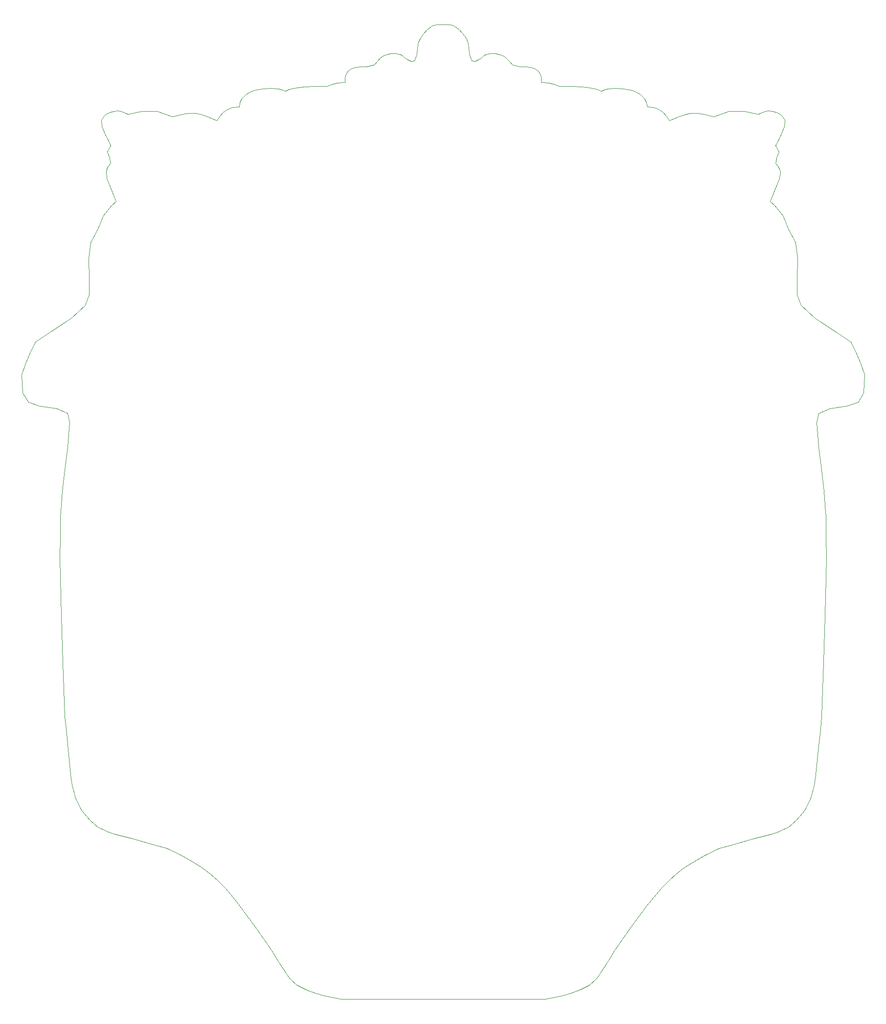
<source format=gm1>
G04 #@! TF.GenerationSoftware,KiCad,Pcbnew,7.0.10*
G04 #@! TF.CreationDate,2024-06-20T08:21:38-05:00*
G04 #@! TF.ProjectId,g0dzilla_vs_middle,6730647a-696c-46c6-915f-76735f6d6964,1*
G04 #@! TF.SameCoordinates,Original*
G04 #@! TF.FileFunction,Profile,NP*
%FSLAX46Y46*%
G04 Gerber Fmt 4.6, Leading zero omitted, Abs format (unit mm)*
G04 Created by KiCad (PCBNEW 7.0.10) date 2024-06-20 08:21:38*
%MOMM*%
%LPD*%
G01*
G04 APERTURE LIST*
G04 #@! TA.AperFunction,Profile*
%ADD10C,0.120000*%
G04 #@! TD*
G04 APERTURE END LIST*
D10*
X39564874Y-87091092D02*
X40254874Y-85141092D01*
X39724874Y-90261092D02*
X39564874Y-87091092D01*
X40254874Y-85141092D02*
X40914874Y-83511092D01*
X40724874Y-91851092D02*
X39724874Y-90261092D01*
X40914874Y-83511092D02*
X41954874Y-81401092D01*
X41954874Y-81401092D02*
X43704874Y-80251092D01*
X42684874Y-92521092D02*
X40724874Y-91851092D01*
X43704874Y-80251092D02*
X48234874Y-77271092D01*
X45634874Y-92941092D02*
X42684874Y-92521092D01*
X46184874Y-118391092D02*
X46244874Y-115461092D01*
X46244874Y-115461092D02*
X46274874Y-112781092D01*
X46274874Y-112781092D02*
X46304874Y-111391092D01*
X46284874Y-122311092D02*
X46184874Y-118391092D01*
X46304874Y-111391092D02*
X46334874Y-110771092D01*
X46334874Y-110771092D02*
X46634874Y-107261092D01*
X46424874Y-128741092D02*
X46284874Y-122311092D01*
X46634874Y-107261092D02*
X46994874Y-103511092D01*
X46724874Y-136851092D02*
X46424874Y-128741092D01*
X46994874Y-103511092D02*
X47504874Y-99661092D01*
X47044874Y-146201092D02*
X46724874Y-136851092D01*
X47244874Y-148341092D02*
X47044874Y-146201092D01*
X47504874Y-99661092D02*
X47654874Y-98511092D01*
X47524874Y-93781092D02*
X45634874Y-92941092D01*
X47654874Y-98511092D02*
X47894874Y-95331092D01*
X47674874Y-152831092D02*
X47244874Y-148341092D01*
X47894874Y-95331092D02*
X47524874Y-93781092D01*
X48014874Y-156241092D02*
X47674874Y-152831092D01*
X48234874Y-77271092D02*
X50624874Y-75031092D01*
X48334874Y-158051092D02*
X48014874Y-156241092D01*
X48924874Y-160241092D02*
X48334874Y-158051092D01*
X49794874Y-162161092D02*
X48924874Y-160241092D01*
X50334874Y-162881092D02*
X49794874Y-162161092D01*
X50624874Y-75031092D02*
X51304874Y-73241092D01*
X51214874Y-67051092D02*
X51534874Y-64191092D01*
X51294874Y-70511092D02*
X51214874Y-67051092D01*
X51304874Y-73241092D02*
X51294874Y-70511092D01*
X51424874Y-164141092D02*
X50334874Y-162881092D01*
X51534874Y-64191092D02*
X52724874Y-62021092D01*
X52724874Y-62021092D02*
X53724874Y-59541092D01*
X52754874Y-165301092D02*
X51424874Y-164141092D01*
X53344874Y-43051092D02*
X53864874Y-42271092D01*
X53374874Y-165601092D02*
X52754874Y-165301092D01*
X53444874Y-44201092D02*
X53344874Y-43051092D01*
X53724874Y-59541092D02*
X55174874Y-57821092D01*
X53864874Y-42271092D02*
X54174874Y-42051092D01*
X54024874Y-45621092D02*
X53444874Y-44201092D01*
X54174874Y-42051092D02*
X54924874Y-41681092D01*
X54184874Y-52001092D02*
X54324874Y-51511092D01*
X54284874Y-53151092D02*
X54184874Y-52001092D01*
X54324874Y-51511092D02*
X54594874Y-51011092D01*
X54424874Y-48581092D02*
X55024874Y-47481092D01*
X54524874Y-46561092D02*
X54024874Y-45621092D01*
X54594874Y-51011092D02*
X54964874Y-50541092D01*
X54624874Y-166131092D02*
X53374874Y-165601092D01*
X54784874Y-49591092D02*
X54424874Y-48581092D01*
X54924874Y-41681092D02*
X55604874Y-41521092D01*
X54934874Y-50221092D02*
X54784874Y-49591092D01*
X54964874Y-50541092D02*
X54934874Y-50221092D01*
X55024874Y-47481092D02*
X54524874Y-46561092D01*
X55174874Y-57821092D02*
X55914874Y-57081092D01*
X55604874Y-41521092D02*
X56164874Y-41461092D01*
X55694874Y-166471092D02*
X54624874Y-166131092D01*
X55914874Y-57081092D02*
X54284874Y-53151092D01*
X56164874Y-41461092D02*
X56784874Y-41551092D01*
X56784874Y-41551092D02*
X57584874Y-41841092D01*
X57584874Y-41841092D02*
X57954874Y-42011092D01*
X57954874Y-42011092D02*
X60394874Y-41581092D01*
X58724874Y-167281092D02*
X55694874Y-166471092D01*
X60394874Y-41581092D02*
X63004874Y-41531092D01*
X62554874Y-168361092D02*
X58724874Y-167281092D01*
X63004874Y-41531092D02*
X65634874Y-42511092D01*
X64754874Y-168981092D02*
X62554874Y-168361092D01*
X65634874Y-42511092D02*
X66394874Y-42271092D01*
X66394874Y-42271092D02*
X67374874Y-42011092D01*
X67164874Y-170121092D02*
X64754874Y-168981092D01*
X67374874Y-42011092D02*
X68514874Y-41881092D01*
X68514874Y-41881092D02*
X69724874Y-41901092D01*
X68994874Y-171161092D02*
X67164874Y-170121092D01*
X69724874Y-41901092D02*
X70784874Y-42091092D01*
X70724874Y-172261092D02*
X68994874Y-171161092D01*
X70784874Y-42091092D02*
X71734874Y-42461092D01*
X71734874Y-42461092D02*
X73334874Y-43111092D01*
X72194874Y-173391092D02*
X70724874Y-172261092D01*
X73334874Y-43111092D02*
X73854874Y-42391092D01*
X73404874Y-174491092D02*
X72194874Y-173391092D01*
X73854874Y-42391092D02*
X74444874Y-41721092D01*
X74444874Y-41721092D02*
X75224874Y-41181092D01*
X74844874Y-175931092D02*
X73404874Y-174491092D01*
X75224874Y-41181092D02*
X76074874Y-40881092D01*
X76074874Y-40881092D02*
X77214874Y-40751092D01*
X76114874Y-177411092D02*
X74844874Y-175931092D01*
X77214874Y-40751092D02*
X77324874Y-40051092D01*
X77314874Y-178961092D02*
X76114874Y-177411092D01*
X77324874Y-40051092D02*
X77664874Y-39371092D01*
X77664874Y-39371092D02*
X78394874Y-38661092D01*
X78394874Y-38661092D02*
X79044874Y-38251092D01*
X78544874Y-180601092D02*
X77314874Y-178961092D01*
X79044874Y-38251092D02*
X79894874Y-37931092D01*
X79894874Y-37931092D02*
X81284874Y-37621092D01*
X80194874Y-182811092D02*
X78544874Y-180601092D01*
X81284874Y-37621092D02*
X82774874Y-37541092D01*
X82764874Y-186521092D02*
X80194874Y-182811092D01*
X82774874Y-37541092D02*
X83924874Y-37621092D01*
X83924874Y-37621092D02*
X84604874Y-37791092D01*
X83974874Y-188411092D02*
X82764874Y-186521092D01*
X84604874Y-37791092D02*
X85174874Y-38041092D01*
X85174874Y-38041092D02*
X85924874Y-37761092D01*
X85554874Y-190891092D02*
X83974874Y-188411092D01*
X85924874Y-37761092D02*
X87154874Y-37441092D01*
X86054874Y-191541092D02*
X85554874Y-190891092D01*
X87154874Y-37441092D02*
X88474874Y-37281092D01*
X87174874Y-192571092D02*
X86054874Y-191541092D01*
X88474874Y-37281092D02*
X90374874Y-37211092D01*
X88894874Y-193421092D02*
X87174874Y-192571092D01*
X90374874Y-37211092D02*
X92404874Y-37211092D01*
X90494874Y-194021092D02*
X88894874Y-193421092D01*
X91934874Y-194411092D02*
X90494874Y-194021092D01*
X92404874Y-37211092D02*
X93254874Y-36891092D01*
X93254874Y-36891092D02*
X94294874Y-36661092D01*
X94294874Y-36661092D02*
X95274874Y-36561092D01*
X94904874Y-195061092D02*
X91934874Y-194411092D01*
X95044874Y-195081092D02*
X94904874Y-195061092D01*
X95044874Y-195081092D02*
X130000000Y-195080000D01*
X95274874Y-36561092D02*
X95554874Y-36561092D01*
X95554874Y-36561092D02*
X95574874Y-35721092D01*
X95574874Y-35721092D02*
X95734874Y-35121092D01*
X95734874Y-35121092D02*
X96134874Y-34521092D01*
X96134874Y-34521092D02*
X96644874Y-34181092D01*
X96644874Y-34181092D02*
X97414874Y-33921092D01*
X97414874Y-33921092D02*
X98334874Y-33831092D01*
X98334874Y-33831092D02*
X99244874Y-33811092D01*
X99244874Y-33811092D02*
X100584874Y-33491092D01*
X100584874Y-33491092D02*
X101094874Y-32881092D01*
X101094874Y-32881092D02*
X101724874Y-32221092D01*
X101724874Y-32221092D02*
X102274874Y-31891092D01*
X102274874Y-31891092D02*
X102824874Y-31691092D01*
X102824874Y-31691092D02*
X103514874Y-31571092D01*
X103514874Y-31571092D02*
X104374874Y-31571092D01*
X104374874Y-31571092D02*
X105114874Y-31701092D01*
X105114874Y-31701092D02*
X105474874Y-31921092D01*
X105474874Y-31921092D02*
X105864874Y-32291092D01*
X105864874Y-32291092D02*
X106304874Y-32601092D01*
X106304874Y-32601092D02*
X106974874Y-32941092D01*
X106974874Y-32941092D02*
X107594874Y-32801092D01*
X107594874Y-32801092D02*
X107954874Y-31631092D01*
X107954874Y-31631092D02*
X108104874Y-30511092D01*
X108104874Y-30511092D02*
X108284874Y-29561092D01*
X108284874Y-29561092D02*
X108544874Y-28951092D01*
X108544874Y-28951092D02*
X109074874Y-28181092D01*
X109074874Y-28181092D02*
X109774874Y-27361092D01*
X109774874Y-27361092D02*
X110434874Y-26851092D01*
X110434874Y-26851092D02*
X110884874Y-26651092D01*
X110884874Y-26651092D02*
X111594874Y-26551092D01*
X111594874Y-26551092D02*
X113450000Y-26550000D01*
X114160000Y-26650000D02*
X113450000Y-26550000D01*
X114610000Y-26850000D02*
X114160000Y-26650000D01*
X115270000Y-27360000D02*
X114610000Y-26850000D01*
X115970000Y-28180000D02*
X115270000Y-27360000D01*
X116500000Y-28950000D02*
X115970000Y-28180000D01*
X116760000Y-29560000D02*
X116500000Y-28950000D01*
X116940000Y-30510000D02*
X116760000Y-29560000D01*
X117090000Y-31630000D02*
X116940000Y-30510000D01*
X117450000Y-32800000D02*
X117090000Y-31630000D01*
X118070000Y-32940000D02*
X117450000Y-32800000D01*
X118740000Y-32600000D02*
X118070000Y-32940000D01*
X119180000Y-32290000D02*
X118740000Y-32600000D01*
X119570000Y-31920000D02*
X119180000Y-32290000D01*
X119930000Y-31700000D02*
X119570000Y-31920000D01*
X120670000Y-31570000D02*
X119930000Y-31700000D01*
X121530000Y-31570000D02*
X120670000Y-31570000D01*
X122220000Y-31690000D02*
X121530000Y-31570000D01*
X122770000Y-31890000D02*
X122220000Y-31690000D01*
X123320000Y-32220000D02*
X122770000Y-31890000D01*
X123950000Y-32880000D02*
X123320000Y-32220000D01*
X124460000Y-33490000D02*
X123950000Y-32880000D01*
X125800000Y-33810000D02*
X124460000Y-33490000D01*
X126710000Y-33830000D02*
X125800000Y-33810000D01*
X127630000Y-33920000D02*
X126710000Y-33830000D01*
X128400000Y-34180000D02*
X127630000Y-33920000D01*
X128910000Y-34520000D02*
X128400000Y-34180000D01*
X129310000Y-35120000D02*
X128910000Y-34520000D01*
X129470000Y-35720000D02*
X129310000Y-35120000D01*
X129490000Y-36560000D02*
X129470000Y-35720000D01*
X129770000Y-36560000D02*
X129490000Y-36560000D01*
X130000000Y-195080000D02*
X130140000Y-195060000D01*
X130140000Y-195060000D02*
X133110000Y-194410000D01*
X130750000Y-36660000D02*
X129770000Y-36560000D01*
X131790000Y-36890000D02*
X130750000Y-36660000D01*
X132640000Y-37210000D02*
X131790000Y-36890000D01*
X133110000Y-194410000D02*
X134550000Y-194020000D01*
X134550000Y-194020000D02*
X136150000Y-193420000D01*
X134670000Y-37210000D02*
X132640000Y-37210000D01*
X136150000Y-193420000D02*
X137870000Y-192570000D01*
X136570000Y-37280000D02*
X134670000Y-37210000D01*
X137870000Y-192570000D02*
X138990000Y-191540000D01*
X137890000Y-37440000D02*
X136570000Y-37280000D01*
X138990000Y-191540000D02*
X139490000Y-190890000D01*
X139120000Y-37760000D02*
X137890000Y-37440000D01*
X139490000Y-190890000D02*
X141070000Y-188410000D01*
X139870000Y-38040000D02*
X139120000Y-37760000D01*
X140440000Y-37790000D02*
X139870000Y-38040000D01*
X141070000Y-188410000D02*
X142280000Y-186520000D01*
X141120000Y-37620000D02*
X140440000Y-37790000D01*
X142270000Y-37540000D02*
X141120000Y-37620000D01*
X142280000Y-186520000D02*
X144850000Y-182810000D01*
X143760000Y-37620000D02*
X142270000Y-37540000D01*
X144850000Y-182810000D02*
X146500000Y-180600000D01*
X145150000Y-37930000D02*
X143760000Y-37620000D01*
X146000000Y-38250000D02*
X145150000Y-37930000D01*
X146500000Y-180600000D02*
X147730000Y-178960000D01*
X146650000Y-38660000D02*
X146000000Y-38250000D01*
X147380000Y-39370000D02*
X146650000Y-38660000D01*
X147720000Y-40050000D02*
X147380000Y-39370000D01*
X147730000Y-178960000D02*
X148930000Y-177410000D01*
X147830000Y-40750000D02*
X147720000Y-40050000D01*
X148930000Y-177410000D02*
X150200000Y-175930000D01*
X148970000Y-40880000D02*
X147830000Y-40750000D01*
X149820000Y-41180000D02*
X148970000Y-40880000D01*
X150200000Y-175930000D02*
X151640000Y-174490000D01*
X150600000Y-41720000D02*
X149820000Y-41180000D01*
X151190000Y-42390000D02*
X150600000Y-41720000D01*
X151640000Y-174490000D02*
X152850000Y-173390000D01*
X151710000Y-43110000D02*
X151190000Y-42390000D01*
X152850000Y-173390000D02*
X154320000Y-172260000D01*
X153310000Y-42460000D02*
X151710000Y-43110000D01*
X154260000Y-42090000D02*
X153310000Y-42460000D01*
X154320000Y-172260000D02*
X156050000Y-171160000D01*
X155320000Y-41900000D02*
X154260000Y-42090000D01*
X156050000Y-171160000D02*
X157880000Y-170120000D01*
X156530000Y-41880000D02*
X155320000Y-41900000D01*
X157670000Y-42010000D02*
X156530000Y-41880000D01*
X157880000Y-170120000D02*
X160290000Y-168980000D01*
X158650000Y-42270000D02*
X157670000Y-42010000D01*
X159410000Y-42510000D02*
X158650000Y-42270000D01*
X160290000Y-168980000D02*
X162490000Y-168360000D01*
X162040000Y-41530000D02*
X159410000Y-42510000D01*
X162490000Y-168360000D02*
X166320000Y-167280000D01*
X164650000Y-41580000D02*
X162040000Y-41530000D01*
X166320000Y-167280000D02*
X169350000Y-166470000D01*
X167090000Y-42010000D02*
X164650000Y-41580000D01*
X167460000Y-41840000D02*
X167090000Y-42010000D01*
X168260000Y-41550000D02*
X167460000Y-41840000D01*
X168880000Y-41460000D02*
X168260000Y-41550000D01*
X169130000Y-57080000D02*
X170760000Y-53150000D01*
X169350000Y-166470000D02*
X170420000Y-166130000D01*
X169440000Y-41520000D02*
X168880000Y-41460000D01*
X169870000Y-57820000D02*
X169130000Y-57080000D01*
X170020000Y-47480000D02*
X170520000Y-46560000D01*
X170080000Y-50540000D02*
X170110000Y-50220000D01*
X170110000Y-50220000D02*
X170260000Y-49590000D01*
X170120000Y-41680000D02*
X169440000Y-41520000D01*
X170260000Y-49590000D02*
X170620000Y-48580000D01*
X170420000Y-166130000D02*
X171670000Y-165600000D01*
X170450000Y-51010000D02*
X170080000Y-50540000D01*
X170520000Y-46560000D02*
X171020000Y-45620000D01*
X170620000Y-48580000D02*
X170020000Y-47480000D01*
X170720000Y-51510000D02*
X170450000Y-51010000D01*
X170760000Y-53150000D02*
X170860000Y-52000000D01*
X170860000Y-52000000D02*
X170720000Y-51510000D01*
X170870000Y-42050000D02*
X170120000Y-41680000D01*
X171020000Y-45620000D02*
X171600000Y-44200000D01*
X171180000Y-42270000D02*
X170870000Y-42050000D01*
X171320000Y-59540000D02*
X169870000Y-57820000D01*
X171600000Y-44200000D02*
X171700000Y-43050000D01*
X171670000Y-165600000D02*
X172290000Y-165300000D01*
X171700000Y-43050000D02*
X171180000Y-42270000D01*
X172290000Y-165300000D02*
X173620000Y-164140000D01*
X172320000Y-62020000D02*
X171320000Y-59540000D01*
X173510000Y-64190000D02*
X172320000Y-62020000D01*
X173620000Y-164140000D02*
X174710000Y-162880000D01*
X173740000Y-73240000D02*
X173750000Y-70510000D01*
X173750000Y-70510000D02*
X173830000Y-67050000D01*
X173830000Y-67050000D02*
X173510000Y-64190000D01*
X174420000Y-75030000D02*
X173740000Y-73240000D01*
X174710000Y-162880000D02*
X175250000Y-162160000D01*
X175250000Y-162160000D02*
X176120000Y-160240000D01*
X176120000Y-160240000D02*
X176710000Y-158050000D01*
X176710000Y-158050000D02*
X177030000Y-156240000D01*
X176810000Y-77270000D02*
X174420000Y-75030000D01*
X177030000Y-156240000D02*
X177370000Y-152830000D01*
X177150000Y-95330000D02*
X177520000Y-93780000D01*
X177370000Y-152830000D02*
X177800000Y-148340000D01*
X177390000Y-98510000D02*
X177150000Y-95330000D01*
X177520000Y-93780000D02*
X179410000Y-92940000D01*
X177540000Y-99660000D02*
X177390000Y-98510000D01*
X177800000Y-148340000D02*
X178000000Y-146200000D01*
X178000000Y-146200000D02*
X178320000Y-136850000D01*
X178050000Y-103510000D02*
X177540000Y-99660000D01*
X178320000Y-136850000D02*
X178620000Y-128740000D01*
X178410000Y-107260000D02*
X178050000Y-103510000D01*
X178620000Y-128740000D02*
X178760000Y-122310000D01*
X178710000Y-110770000D02*
X178410000Y-107260000D01*
X178740000Y-111390000D02*
X178710000Y-110770000D01*
X178760000Y-122310000D02*
X178860000Y-118390000D01*
X178770000Y-112780000D02*
X178740000Y-111390000D01*
X178800000Y-115460000D02*
X178770000Y-112780000D01*
X178860000Y-118390000D02*
X178800000Y-115460000D01*
X179410000Y-92940000D02*
X182360000Y-92520000D01*
X181340000Y-80250000D02*
X176810000Y-77270000D01*
X182360000Y-92520000D02*
X184320000Y-91850000D01*
X183090000Y-81400000D02*
X181340000Y-80250000D01*
X184130000Y-83510000D02*
X183090000Y-81400000D01*
X184320000Y-91850000D02*
X185320000Y-90260000D01*
X184790000Y-85140000D02*
X184130000Y-83510000D01*
X185320000Y-90260000D02*
X185480000Y-87090000D01*
X185480000Y-87090000D02*
X184790000Y-85140000D01*
M02*

</source>
